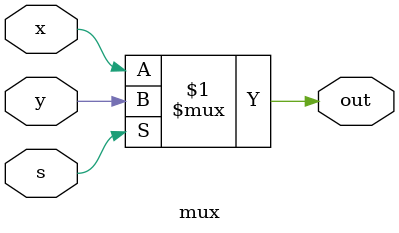
<source format=v>
module part2(Clock, Reset_b, Data, Function, ALUout);
	input Clock;
	input Reset_b;
	input [3:0] Data;
	input [2:0] Function;
	wire [4:0] sum;
	output reg [7:0] ALUout;
	reg [7:0] q;
	wire [3:0]B;
	wire [3:0]A;
	assign B = ALUout[3:0];
	assign A = Data[3:0];
	wire [3:0] coutput;
	
	bitadder u0(
		.a(Data),
		.b(B),
		.c_in(1'b0),
		.s(sum[3:0]),
		.c_out(coutput)
	);
	assign sum[4] = coutput[3];
	
	always@(posedge Clock)
	begin
		if(Reset_b == 1'b0)
			ALUout <= 8'b00000000;
		else
			ALUout <= q;	
	end
	always@(*)
	begin
		case(Function)
			3'b000: q = 8'b00000000 + sum;
			3'b001: q = 8'b00000000 + A + B;
			3'b010: q = {{4 {B[3]}}, B};
			3'b011: q = 8'b00000000 + |{A, B};
			3'b100: q = 8'b00000000 + &{A, B};
			3'b101: q = 8'b00000000 + B << A;
			3'b110: q = 8'b00000000 +  A * B;
			3'b111: q = q;
			default: q = q;
		endcase
	end
endmodule

module bitadder(a, b, c_in, s, c_out);
    input [3:0] a;
    input [3:0] b;
    input c_in;
    output [3:0] s;
    output [3:0] c_out;

    full_adder u0(
        .a(a[0]),
        .b(b[0]),
        .c_in(c_in),
        .s(s[0]),
        .c_out(c_out[0])
    );

    full_adder u1(
        .a(a[1]),
        .b(b[1]),
        .c_in(c_out[0]),
        .s(s[1]),
        .c_out(c_out[1])
    );

    full_adder u2(
        .a(a[2]),
        .b(b[2]),
        .c_in(c_out[1]),
        .s(s[2]),
        .c_out(c_out[2])
    );

    full_adder u3(
        .a(a[3]),
        .b(b[3]),
        .c_in(c_out[2]),
        .s(s[3]),
        .c_out(c_out[3])
    );
endmodule

module full_adder(a, b, c_in, s, c_out);
    input a, b, c_in;
    output c_out, s;


    wire w;
    mux u0(
        .x(b),
        .y(c_in),
        .s(w),
        .out(c_out)
    );

    assign w = a ^ b;
    assign s = w ^ c_in;
endmodule

module mux(x, y, s, out);
    input x, y, s;
    output out;

    assign out = s ? y : x;
endmodule

</source>
